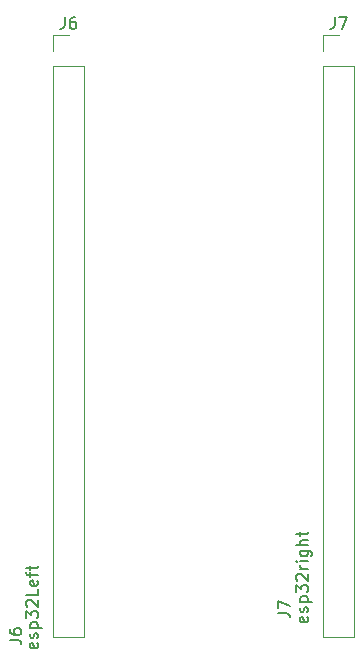
<source format=gbr>
G04 #@! TF.FileFunction,Legend,Top*
%FSLAX46Y46*%
G04 Gerber Fmt 4.6, Leading zero omitted, Abs format (unit mm)*
G04 Created by KiCad (PCBNEW 4.0.7) date Tuesday, April 30, 2019 'PMt' 04:55:04 PM*
%MOMM*%
%LPD*%
G01*
G04 APERTURE LIST*
%ADD10C,0.100000*%
%ADD11C,0.120000*%
%ADD12C,0.150000*%
G04 APERTURE END LIST*
D10*
D11*
X128210000Y-113090000D02*
X130870000Y-113090000D01*
X128210000Y-64770000D02*
X128210000Y-113090000D01*
X130870000Y-64770000D02*
X130870000Y-113090000D01*
X128210000Y-64770000D02*
X130870000Y-64770000D01*
X128210000Y-63500000D02*
X128210000Y-62170000D01*
X128210000Y-62170000D02*
X129540000Y-62170000D01*
X151070000Y-113090000D02*
X153730000Y-113090000D01*
X151070000Y-64770000D02*
X151070000Y-113090000D01*
X153730000Y-64770000D02*
X153730000Y-113090000D01*
X151070000Y-64770000D02*
X153730000Y-64770000D01*
X151070000Y-63500000D02*
X151070000Y-62170000D01*
X151070000Y-62170000D02*
X152400000Y-62170000D01*
D12*
X129206667Y-60622381D02*
X129206667Y-61336667D01*
X129159047Y-61479524D01*
X129063809Y-61574762D01*
X128920952Y-61622381D01*
X128825714Y-61622381D01*
X130111429Y-60622381D02*
X129920952Y-60622381D01*
X129825714Y-60670000D01*
X129778095Y-60717619D01*
X129682857Y-60860476D01*
X129635238Y-61050952D01*
X129635238Y-61431905D01*
X129682857Y-61527143D01*
X129730476Y-61574762D01*
X129825714Y-61622381D01*
X130016191Y-61622381D01*
X130111429Y-61574762D01*
X130159048Y-61527143D01*
X130206667Y-61431905D01*
X130206667Y-61193810D01*
X130159048Y-61098571D01*
X130111429Y-61050952D01*
X130016191Y-61003333D01*
X129825714Y-61003333D01*
X129730476Y-61050952D01*
X129682857Y-61098571D01*
X129635238Y-61193810D01*
X126896762Y-113640810D02*
X126944381Y-113736048D01*
X126944381Y-113926525D01*
X126896762Y-114021763D01*
X126801524Y-114069382D01*
X126420571Y-114069382D01*
X126325333Y-114021763D01*
X126277714Y-113926525D01*
X126277714Y-113736048D01*
X126325333Y-113640810D01*
X126420571Y-113593191D01*
X126515810Y-113593191D01*
X126611048Y-114069382D01*
X126896762Y-113212239D02*
X126944381Y-113117001D01*
X126944381Y-112926525D01*
X126896762Y-112831286D01*
X126801524Y-112783667D01*
X126753905Y-112783667D01*
X126658667Y-112831286D01*
X126611048Y-112926525D01*
X126611048Y-113069382D01*
X126563429Y-113164620D01*
X126468190Y-113212239D01*
X126420571Y-113212239D01*
X126325333Y-113164620D01*
X126277714Y-113069382D01*
X126277714Y-112926525D01*
X126325333Y-112831286D01*
X126277714Y-112355096D02*
X127277714Y-112355096D01*
X126325333Y-112355096D02*
X126277714Y-112259858D01*
X126277714Y-112069381D01*
X126325333Y-111974143D01*
X126372952Y-111926524D01*
X126468190Y-111878905D01*
X126753905Y-111878905D01*
X126849143Y-111926524D01*
X126896762Y-111974143D01*
X126944381Y-112069381D01*
X126944381Y-112259858D01*
X126896762Y-112355096D01*
X125944381Y-111545572D02*
X125944381Y-110926524D01*
X126325333Y-111259858D01*
X126325333Y-111117000D01*
X126372952Y-111021762D01*
X126420571Y-110974143D01*
X126515810Y-110926524D01*
X126753905Y-110926524D01*
X126849143Y-110974143D01*
X126896762Y-111021762D01*
X126944381Y-111117000D01*
X126944381Y-111402715D01*
X126896762Y-111497953D01*
X126849143Y-111545572D01*
X126039619Y-110545572D02*
X125992000Y-110497953D01*
X125944381Y-110402715D01*
X125944381Y-110164619D01*
X125992000Y-110069381D01*
X126039619Y-110021762D01*
X126134857Y-109974143D01*
X126230095Y-109974143D01*
X126372952Y-110021762D01*
X126944381Y-110593191D01*
X126944381Y-109974143D01*
X126944381Y-109069381D02*
X126944381Y-109545572D01*
X125944381Y-109545572D01*
X126896762Y-108355095D02*
X126944381Y-108450333D01*
X126944381Y-108640810D01*
X126896762Y-108736048D01*
X126801524Y-108783667D01*
X126420571Y-108783667D01*
X126325333Y-108736048D01*
X126277714Y-108640810D01*
X126277714Y-108450333D01*
X126325333Y-108355095D01*
X126420571Y-108307476D01*
X126515810Y-108307476D01*
X126611048Y-108783667D01*
X126277714Y-108021762D02*
X126277714Y-107640810D01*
X126944381Y-107878905D02*
X126087238Y-107878905D01*
X125992000Y-107831286D01*
X125944381Y-107736048D01*
X125944381Y-107640810D01*
X126277714Y-107450333D02*
X126277714Y-107069381D01*
X125944381Y-107307476D02*
X126801524Y-107307476D01*
X126896762Y-107259857D01*
X126944381Y-107164619D01*
X126944381Y-107069381D01*
X124547381Y-113363333D02*
X125261667Y-113363333D01*
X125404524Y-113410953D01*
X125499762Y-113506191D01*
X125547381Y-113649048D01*
X125547381Y-113744286D01*
X124547381Y-112458571D02*
X124547381Y-112649048D01*
X124595000Y-112744286D01*
X124642619Y-112791905D01*
X124785476Y-112887143D01*
X124975952Y-112934762D01*
X125356905Y-112934762D01*
X125452143Y-112887143D01*
X125499762Y-112839524D01*
X125547381Y-112744286D01*
X125547381Y-112553809D01*
X125499762Y-112458571D01*
X125452143Y-112410952D01*
X125356905Y-112363333D01*
X125118810Y-112363333D01*
X125023571Y-112410952D01*
X124975952Y-112458571D01*
X124928333Y-112553809D01*
X124928333Y-112744286D01*
X124975952Y-112839524D01*
X125023571Y-112887143D01*
X125118810Y-112934762D01*
X152066667Y-60622381D02*
X152066667Y-61336667D01*
X152019047Y-61479524D01*
X151923809Y-61574762D01*
X151780952Y-61622381D01*
X151685714Y-61622381D01*
X152447619Y-60622381D02*
X153114286Y-60622381D01*
X152685714Y-61622381D01*
X149756762Y-111434143D02*
X149804381Y-111529381D01*
X149804381Y-111719858D01*
X149756762Y-111815096D01*
X149661524Y-111862715D01*
X149280571Y-111862715D01*
X149185333Y-111815096D01*
X149137714Y-111719858D01*
X149137714Y-111529381D01*
X149185333Y-111434143D01*
X149280571Y-111386524D01*
X149375810Y-111386524D01*
X149471048Y-111862715D01*
X149756762Y-111005572D02*
X149804381Y-110910334D01*
X149804381Y-110719858D01*
X149756762Y-110624619D01*
X149661524Y-110577000D01*
X149613905Y-110577000D01*
X149518667Y-110624619D01*
X149471048Y-110719858D01*
X149471048Y-110862715D01*
X149423429Y-110957953D01*
X149328190Y-111005572D01*
X149280571Y-111005572D01*
X149185333Y-110957953D01*
X149137714Y-110862715D01*
X149137714Y-110719858D01*
X149185333Y-110624619D01*
X149137714Y-110148429D02*
X150137714Y-110148429D01*
X149185333Y-110148429D02*
X149137714Y-110053191D01*
X149137714Y-109862714D01*
X149185333Y-109767476D01*
X149232952Y-109719857D01*
X149328190Y-109672238D01*
X149613905Y-109672238D01*
X149709143Y-109719857D01*
X149756762Y-109767476D01*
X149804381Y-109862714D01*
X149804381Y-110053191D01*
X149756762Y-110148429D01*
X148804381Y-109338905D02*
X148804381Y-108719857D01*
X149185333Y-109053191D01*
X149185333Y-108910333D01*
X149232952Y-108815095D01*
X149280571Y-108767476D01*
X149375810Y-108719857D01*
X149613905Y-108719857D01*
X149709143Y-108767476D01*
X149756762Y-108815095D01*
X149804381Y-108910333D01*
X149804381Y-109196048D01*
X149756762Y-109291286D01*
X149709143Y-109338905D01*
X148899619Y-108338905D02*
X148852000Y-108291286D01*
X148804381Y-108196048D01*
X148804381Y-107957952D01*
X148852000Y-107862714D01*
X148899619Y-107815095D01*
X148994857Y-107767476D01*
X149090095Y-107767476D01*
X149232952Y-107815095D01*
X149804381Y-108386524D01*
X149804381Y-107767476D01*
X149804381Y-107338905D02*
X149137714Y-107338905D01*
X149328190Y-107338905D02*
X149232952Y-107291286D01*
X149185333Y-107243667D01*
X149137714Y-107148429D01*
X149137714Y-107053190D01*
X149804381Y-106719857D02*
X149137714Y-106719857D01*
X148804381Y-106719857D02*
X148852000Y-106767476D01*
X148899619Y-106719857D01*
X148852000Y-106672238D01*
X148804381Y-106719857D01*
X148899619Y-106719857D01*
X149137714Y-105815095D02*
X149947238Y-105815095D01*
X150042476Y-105862714D01*
X150090095Y-105910333D01*
X150137714Y-106005572D01*
X150137714Y-106148429D01*
X150090095Y-106243667D01*
X149756762Y-105815095D02*
X149804381Y-105910333D01*
X149804381Y-106100810D01*
X149756762Y-106196048D01*
X149709143Y-106243667D01*
X149613905Y-106291286D01*
X149328190Y-106291286D01*
X149232952Y-106243667D01*
X149185333Y-106196048D01*
X149137714Y-106100810D01*
X149137714Y-105910333D01*
X149185333Y-105815095D01*
X149804381Y-105338905D02*
X148804381Y-105338905D01*
X149804381Y-104910333D02*
X149280571Y-104910333D01*
X149185333Y-104957952D01*
X149137714Y-105053190D01*
X149137714Y-105196048D01*
X149185333Y-105291286D01*
X149232952Y-105338905D01*
X149137714Y-104577000D02*
X149137714Y-104196048D01*
X148804381Y-104434143D02*
X149661524Y-104434143D01*
X149756762Y-104386524D01*
X149804381Y-104291286D01*
X149804381Y-104196048D01*
X147280381Y-111077333D02*
X147994667Y-111077333D01*
X148137524Y-111124953D01*
X148232762Y-111220191D01*
X148280381Y-111363048D01*
X148280381Y-111458286D01*
X147280381Y-110696381D02*
X147280381Y-110029714D01*
X148280381Y-110458286D01*
M02*

</source>
